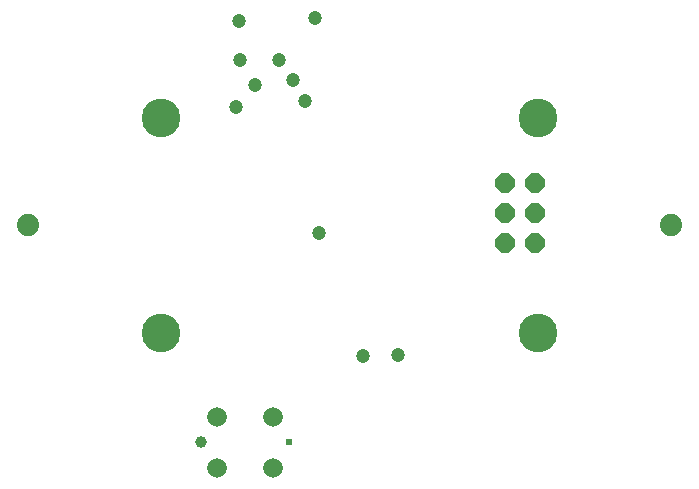
<source format=gbr>
G04 EAGLE Gerber RS-274X export*
G75*
%MOMM*%
%FSLAX34Y34*%
%LPD*%
%INSoldermask Bottom*%
%IPPOS*%
%AMOC8*
5,1,8,0,0,1.08239X$1,22.5*%
G01*
%ADD10C,3.276600*%
%ADD11C,1.886600*%
%ADD12C,1.201600*%
%ADD13C,0.621600*%
%ADD14C,1.661600*%
%ADD15C,0.991600*%
%ADD16P,1.759533X8X292.500000*%


D10*
X147828Y308102D03*
X147828Y126238D03*
X466852Y308102D03*
X466852Y126238D03*
D11*
X34830Y217260D03*
X579630Y217260D03*
D12*
X214120Y357180D03*
X213520Y390030D03*
X277920Y392380D03*
X211020Y317530D03*
X227420Y336180D03*
D13*
X256240Y33530D03*
D14*
X242740Y55030D03*
X194740Y55030D03*
D15*
X181240Y33530D03*
D14*
X194740Y12030D03*
X242740Y12030D03*
D16*
X438600Y253000D03*
X464000Y253000D03*
X438600Y227600D03*
X464000Y227600D03*
X438600Y202200D03*
X464000Y202200D03*
D12*
X269800Y322400D03*
X259000Y340300D03*
X247600Y357100D03*
X348000Y107400D03*
X281000Y210800D03*
X318900Y106700D03*
M02*

</source>
